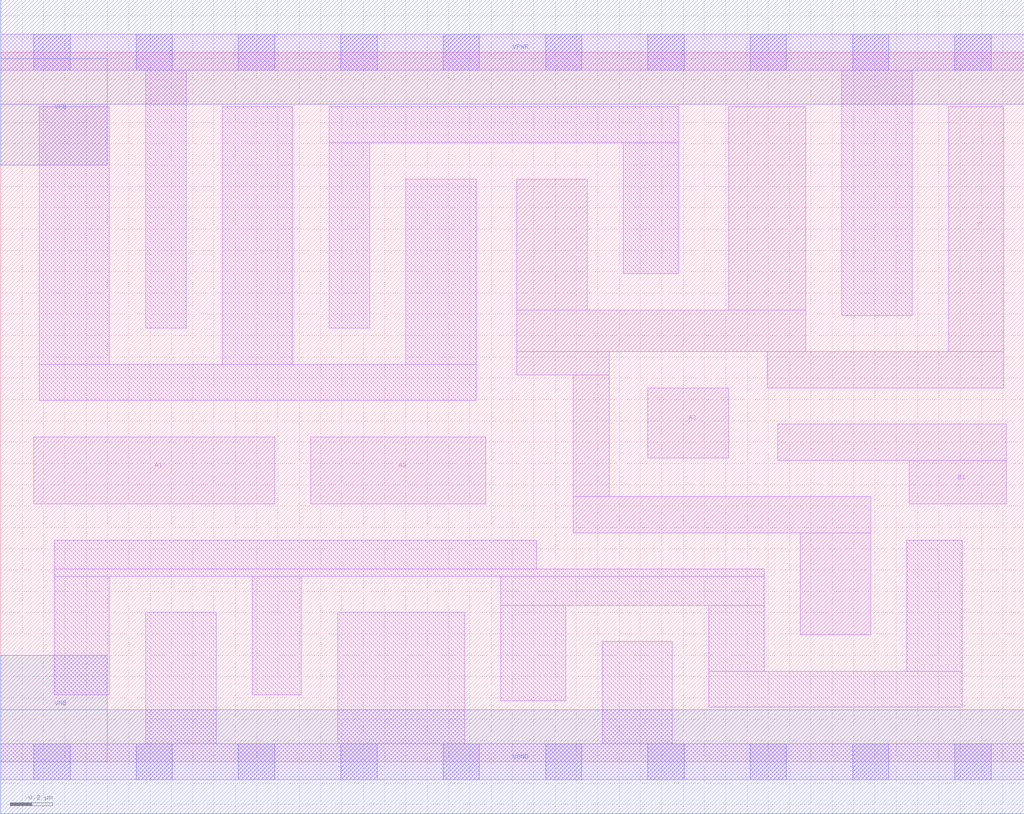
<source format=lef>
# Copyright 2020 The SkyWater PDK Authors
#
# Licensed under the Apache License, Version 2.0 (the "License");
# you may not use this file except in compliance with the License.
# You may obtain a copy of the License at
#
#     https://www.apache.org/licenses/LICENSE-2.0
#
# Unless required by applicable law or agreed to in writing, software
# distributed under the License is distributed on an "AS IS" BASIS,
# WITHOUT WARRANTIES OR CONDITIONS OF ANY KIND, either express or implied.
# See the License for the specific language governing permissions and
# limitations under the License.
#
# SPDX-License-Identifier: Apache-2.0

VERSION 5.5 ;
NAMESCASESENSITIVE ON ;
BUSBITCHARS "[]" ;
DIVIDERCHAR "/" ;
MACRO sky130_fd_sc_lp__o31ai_2
  CLASS CORE ;
  SOURCE USER ;
  ORIGIN  0.000000  0.000000 ;
  SIZE  4.800000 BY  3.330000 ;
  SYMMETRY X Y R90 ;
  SITE unit ;
  PIN A1
    ANTENNAGATEAREA  0.630000 ;
    DIRECTION INPUT ;
    USE SIGNAL ;
    PORT
      LAYER li1 ;
        RECT 0.155000 1.210000 1.285000 1.525000 ;
    END
  END A1
  PIN A2
    ANTENNAGATEAREA  0.630000 ;
    DIRECTION INPUT ;
    USE SIGNAL ;
    PORT
      LAYER li1 ;
        RECT 1.455000 1.210000 2.275000 1.525000 ;
    END
  END A2
  PIN A3
    ANTENNAGATEAREA  0.630000 ;
    DIRECTION INPUT ;
    USE SIGNAL ;
    PORT
      LAYER li1 ;
        RECT 3.035000 1.425000 3.415000 1.755000 ;
    END
  END A3
  PIN B1
    ANTENNAGATEAREA  0.630000 ;
    DIRECTION INPUT ;
    USE SIGNAL ;
    PORT
      LAYER li1 ;
        RECT 3.645000 1.415000 4.715000 1.585000 ;
        RECT 4.260000 1.210000 4.715000 1.415000 ;
    END
  END B1
  PIN Y
    ANTENNADIFFAREA  1.451100 ;
    DIRECTION OUTPUT ;
    USE SIGNAL ;
    PORT
      LAYER li1 ;
        RECT 2.420000 1.815000 2.855000 1.925000 ;
        RECT 2.420000 1.925000 3.775000 2.120000 ;
        RECT 2.420000 2.120000 2.750000 2.735000 ;
        RECT 2.685000 1.075000 4.080000 1.245000 ;
        RECT 2.685000 1.245000 2.855000 1.815000 ;
        RECT 3.415000 2.120000 3.775000 3.075000 ;
        RECT 3.595000 1.755000 4.705000 1.925000 ;
        RECT 3.750000 0.595000 4.080000 1.075000 ;
        RECT 4.445000 1.925000 4.705000 3.075000 ;
    END
  END Y
  PIN VGND
    DIRECTION INOUT ;
    USE GROUND ;
    PORT
      LAYER met1 ;
        RECT 0.000000 -0.245000 4.800000 0.245000 ;
    END
  END VGND
  PIN VNB
    DIRECTION INOUT ;
    USE GROUND ;
    PORT
      LAYER met1 ;
        RECT 0.000000 0.000000 0.500000 0.500000 ;
    END
  END VNB
  PIN VPB
    DIRECTION INOUT ;
    USE POWER ;
    PORT
      LAYER met1 ;
        RECT 0.000000 2.800000 0.500000 3.300000 ;
    END
  END VPB
  PIN VPWR
    DIRECTION INOUT ;
    USE POWER ;
    PORT
      LAYER met1 ;
        RECT 0.000000 3.085000 4.800000 3.575000 ;
    END
  END VPWR
  OBS
    LAYER li1 ;
      RECT 0.000000 -0.085000 4.800000 0.085000 ;
      RECT 0.000000  3.245000 4.800000 3.415000 ;
      RECT 0.180000  1.695000 2.230000 1.865000 ;
      RECT 0.180000  1.865000 0.510000 3.075000 ;
      RECT 0.250000  0.315000 0.510000 0.870000 ;
      RECT 0.250000  0.870000 3.580000 0.905000 ;
      RECT 0.250000  0.905000 2.515000 1.040000 ;
      RECT 0.680000  0.085000 1.010000 0.700000 ;
      RECT 0.680000  2.035000 0.870000 3.245000 ;
      RECT 1.040000  1.865000 1.370000 3.075000 ;
      RECT 1.180000  0.315000 1.410000 0.870000 ;
      RECT 1.540000  2.035000 1.730000 2.905000 ;
      RECT 1.540000  2.905000 3.180000 3.075000 ;
      RECT 1.580000  0.085000 2.175000 0.700000 ;
      RECT 1.900000  1.865000 2.230000 2.735000 ;
      RECT 2.345000  0.285000 2.650000 0.735000 ;
      RECT 2.345000  0.735000 3.580000 0.870000 ;
      RECT 2.820000  0.085000 3.150000 0.565000 ;
      RECT 2.920000  2.290000 3.180000 2.905000 ;
      RECT 3.320000  0.255000 4.510000 0.425000 ;
      RECT 3.320000  0.425000 3.580000 0.735000 ;
      RECT 3.945000  2.095000 4.275000 3.245000 ;
      RECT 4.250000  0.425000 4.510000 1.040000 ;
    LAYER mcon ;
      RECT 0.155000 -0.085000 0.325000 0.085000 ;
      RECT 0.155000  3.245000 0.325000 3.415000 ;
      RECT 0.635000 -0.085000 0.805000 0.085000 ;
      RECT 0.635000  3.245000 0.805000 3.415000 ;
      RECT 1.115000 -0.085000 1.285000 0.085000 ;
      RECT 1.115000  3.245000 1.285000 3.415000 ;
      RECT 1.595000 -0.085000 1.765000 0.085000 ;
      RECT 1.595000  3.245000 1.765000 3.415000 ;
      RECT 2.075000 -0.085000 2.245000 0.085000 ;
      RECT 2.075000  3.245000 2.245000 3.415000 ;
      RECT 2.555000 -0.085000 2.725000 0.085000 ;
      RECT 2.555000  3.245000 2.725000 3.415000 ;
      RECT 3.035000 -0.085000 3.205000 0.085000 ;
      RECT 3.035000  3.245000 3.205000 3.415000 ;
      RECT 3.515000 -0.085000 3.685000 0.085000 ;
      RECT 3.515000  3.245000 3.685000 3.415000 ;
      RECT 3.995000 -0.085000 4.165000 0.085000 ;
      RECT 3.995000  3.245000 4.165000 3.415000 ;
      RECT 4.475000 -0.085000 4.645000 0.085000 ;
      RECT 4.475000  3.245000 4.645000 3.415000 ;
  END
END sky130_fd_sc_lp__o31ai_2
END LIBRARY

</source>
